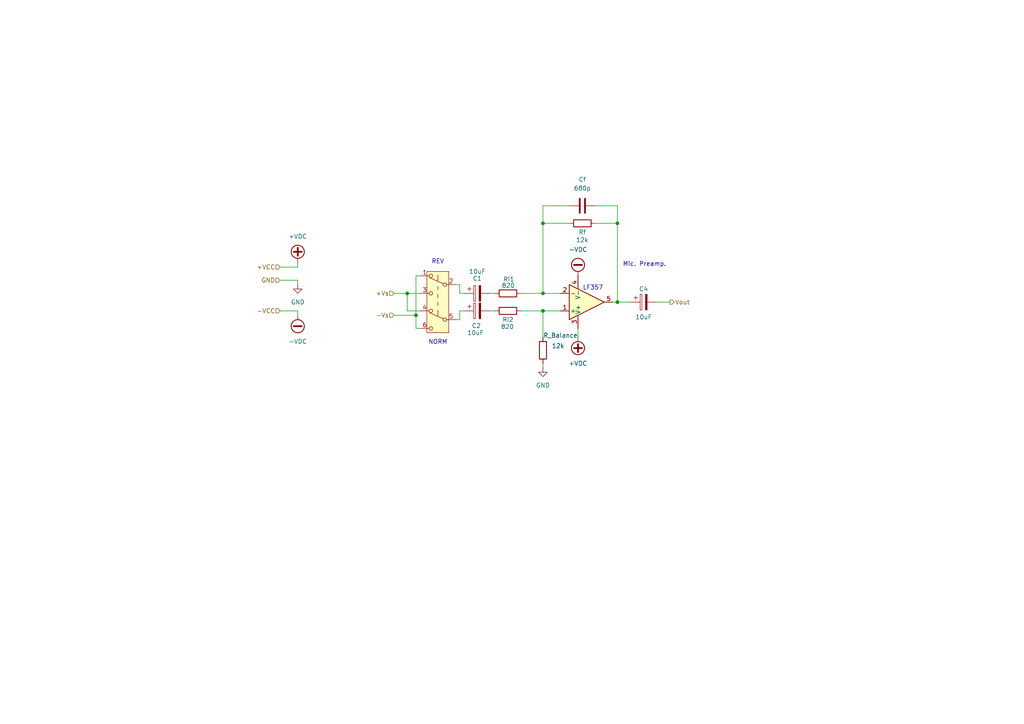
<source format=kicad_sch>
(kicad_sch (version 20231120) (generator "eeschema") (generator_version "8.0")
  (paper "A4")
  (lib_symbols
    (symbol "Device:C" (pin_numbers hide) (pin_names (offset 0.254))
      (property "Reference" "C" (at 0.635 2.54 0))
      (property "Value" "C" (at 0.635 -2.54 0))
      (symbol "C_0_1"
        (polyline (pts (xy -2.032 -0.762) (xy 2.032 -0.762)) (stroke (width 0.508)))
        (polyline (pts (xy -2.032 0.762) (xy 2.032 0.762)) (stroke (width 0.508)))
      )
      (symbol "C_1_1"
        (pin passive line (at 0 3.81 270) (length 2.794) (name "~") (number "1"))
        (pin passive line (at 0 -3.81 90) (length 2.794) (name "~") (number "2"))
      )
    )
    (symbol "Device:C_Polarized" (pin_numbers hide) (pin_names (offset 0.254))
      (property "Reference" "C" (at 0.635 2.54 0))
      (property "Value" "C_Polarized" (at 0.635 -2.54 0))
      (symbol "C_Polarized_0_1"
        (rectangle (start -2.286 0.508) (end 2.286 1.016))
        (polyline (pts (xy -1.778 2.286) (xy -0.762 2.286)))
        (polyline (pts (xy -1.27 2.794) (xy -1.27 1.778)))
        (rectangle (start 2.286 -0.508) (end -2.286 -1.016) (fill (type outline)))
      )
      (symbol "C_Polarized_1_1"
        (pin passive line (at 0 3.81 270) (length 2.794) (name "~") (number "1"))
        (pin passive line (at 0 -3.81 90) (length 2.794) (name "~") (number "2"))
      )
    )
    (symbol "Device:R" (pin_numbers hide) (pin_names (offset 0))
      (property "Reference" "R" (at 2.032 0 90))
      (property "Value" "R" (at 0 0 90))
      (symbol "R_0_1"
        (rectangle (start -1.016 -2.54) (end 1.016 2.54) (stroke (width 0.254)))
      )
      (symbol "R_1_1"
        (pin passive line (at 0 3.81 270) (length 1.27) (name "~") (number "1"))
        (pin passive line (at 0 -3.81 90) (length 1.27) (name "~") (number "2"))
      )
    )
    (symbol "Simulation_SPICE:OPAMP" (pin_names (offset 0.254))
      (property "Reference" "U" (at 3.81 3.175 0))
      (property "Value" "${SIM.PARAMS}" (at 3.81 -3.175 0))
      (symbol "OPAMP_0_1"
        (polyline (pts (xy 5.08 0) (xy -5.08 5.08) (xy -5.08 -5.08) (xy 5.08 0)) (stroke (width 0.254)) (fill (type background)))
      )
      (symbol "OPAMP_1_1"
        (pin input line (at -7.62 2.54 0) (length 2.54) (name "+") (number "1"))
        (pin input line (at -7.62 -2.54 0) (length 2.54) (name "-") (number "2"))
        (pin power_in line (at -2.54 7.62 270) (length 3.81) (name "V+") (number "3"))
        (pin power_in line (at -2.54 -7.62 90) (length 3.81) (name "V-") (number "4"))
        (pin output line (at 7.62 0 180) (length 2.54) (name "~") (number "5"))
      )
    )
    (symbol "Switch:SW_Push_DPDT" (pin_names (offset 0) hide)
      (property "Reference" "SW" (at 0 10.16 0))
      (property "Value" "SW_Push_DPDT" (at 0 -10.16 0))
      (symbol "SW_Push_DPDT_0_0"
        (circle (center -2.032 -5.08) (radius 0.508))
        (circle (center -2.032 5.08) (radius 0.508))
        (circle (center 2.032 -7.62) (radius 0.508))
        (circle (center 2.032 2.54) (radius 0.508))
      )
      (symbol "SW_Push_DPDT_0_1"
        (polyline (pts (xy -1.524 -4.826) (xy 2.3368 -3.0988)))
        (polyline (pts (xy -1.524 5.334) (xy 2.3368 7.0612)))
        (polyline (pts (xy 0 -2.286) (xy 0 -4.064)))
        (polyline (pts (xy 0 -1.016) (xy 0 0)))
        (polyline (pts (xy 0 1.27) (xy 0 2.286)))
        (polyline (pts (xy 0 3.556) (xy 0 4.572)))
        (polyline (pts (xy 0 7.874) (xy 0 6.096)))
        (circle (center 2.032 -2.54) (radius 0.508))
        (circle (center 2.032 7.62) (radius 0.508))
      )
      (symbol "SW_Push_DPDT_1_1"
        (rectangle (start -3.175 8.89) (end 3.175 -8.89) (fill (type background)))
        (pin passive line (at 5.08 7.62 180) (length 2.54) (name "A") (number "1"))
        (pin passive line (at -5.08 5.08 0) (length 2.54) (name "B") (number "2"))
        (pin passive line (at 5.08 2.54 180) (length 2.54) (name "C") (number "3"))
        (pin passive line (at 5.08 -2.54 180) (length 2.54) (name "A") (number "4"))
        (pin passive line (at -5.08 -5.08 0) (length 2.54) (name "B") (number "5"))
        (pin passive line (at 5.08 -7.62 180) (length 2.54) (name "C") (number "6"))
      )
    )
    (symbol "power:+VDC" (power) (pin_numbers hide) (pin_names (offset 0) hide)
      (property "Value" "+VDC" (at 0 6.35 0))
      (symbol "+VDC_0_1"
        (polyline (pts (xy -1.143 3.175) (xy 1.143 3.175)) (stroke (width 0.508)))
        (polyline (pts (xy 0 0) (xy 0 1.27)))
        (polyline (pts (xy 0 2.032) (xy 0 4.318)) (stroke (width 0.508)))
        (circle (center 0 3.175) (radius 1.905) (stroke (width 0.254)))
      )
      (symbol "+VDC_1_1"
        (pin power_in line (at 0 0 90) (length 0) (name "~") (number "1"))
      )
    )
    (symbol "power:-VDC" (power) (pin_numbers hide) (pin_names (offset 0) hide)
      (property "Value" "-VDC" (at 0 6.35 0))
      (symbol "-VDC_0_1"
        (polyline (pts (xy -1.143 3.175) (xy 1.143 3.175)) (stroke (width 0.508)))
        (polyline (pts (xy 0 0) (xy 0 1.27)))
        (circle (center 0 3.175) (radius 1.905) (stroke (width 0.254)))
      )
      (symbol "-VDC_1_1"
        (pin power_in line (at 0 0 90) (length 0) (name "~") (number "1"))
      )
    )
    (symbol "power:GND" (power) (pin_numbers hide) (pin_names (offset 0) hide)
      (property "Value" "GND" (at 0 -3.81 0))
      (symbol "GND_0_1"
        (polyline (pts (xy 0 0) (xy 0 -1.27) (xy 1.27 -1.27) (xy 0 -2.54) (xy -1.27 -1.27) (xy 0 -1.27)))
      )
      (symbol "GND_1_1"
        (pin power_in line (at 0 0 270) (length 0) (name "~") (number "1"))
      )
    )
  )
  (junction (at 157.48 90.17))
  (junction (at 157.48 64.77))
  (junction (at 157.48 85.09))
  (junction (at 118.11 85.09))
  (junction (at 120.65 91.44))
  (junction (at 179.07 87.63))
  (junction (at 179.07 64.77))
  (wire (pts (xy 167.64 95.25) (xy 167.64 97.79)))
  (wire (pts (xy 133.35 90.17) (xy 133.35 92.71)))
  (wire (pts (xy 165.1 64.77) (xy 157.48 64.77)))
  (wire (pts (xy 121.92 80.01) (xy 120.65 80.01)))
  (wire (pts (xy 120.65 80.01) (xy 120.65 91.44)))
  (wire (pts (xy 157.48 90.17) (xy 162.56 90.17)))
  (wire (pts (xy 157.48 97.79) (xy 157.48 90.17)))
  (wire (pts (xy 118.11 85.09) (xy 118.11 90.17)))
  (wire (pts (xy 179.07 87.63) (xy 182.88 87.63)))
  (wire (pts (xy 86.36 90.17) (xy 86.36 91.44)))
  (wire (pts (xy 134.62 85.09) (xy 133.35 85.09)))
  (wire (pts (xy 133.35 92.71) (xy 132.08 92.71)))
  (wire (pts (xy 190.5 87.63) (xy 194.31 87.63)))
  (wire (pts (xy 114.3 85.09) (xy 118.11 85.09)))
  (wire (pts (xy 151.13 90.17) (xy 157.48 90.17)))
  (wire (pts (xy 142.24 85.09) (xy 143.51 85.09)))
  (wire (pts (xy 81.28 81.28) (xy 86.36 81.28)))
  (wire (pts (xy 114.3 91.44) (xy 120.65 91.44)))
  (wire (pts (xy 172.72 64.77) (xy 179.07 64.77)))
  (wire (pts (xy 157.48 105.41) (xy 157.48 106.68)))
  (wire (pts (xy 179.07 64.77) (xy 179.07 87.63)))
  (wire (pts (xy 120.65 95.25) (xy 121.92 95.25)))
  (wire (pts (xy 157.48 85.09) (xy 162.56 85.09)))
  (wire (pts (xy 179.07 59.69) (xy 179.07 64.77)))
  (wire (pts (xy 81.28 90.17) (xy 86.36 90.17)))
  (wire (pts (xy 86.36 81.28) (xy 86.36 82.55)))
  (wire (pts (xy 118.11 90.17) (xy 121.92 90.17)))
  (wire (pts (xy 86.36 77.47) (xy 86.36 76.2)))
  (wire (pts (xy 157.48 59.69) (xy 157.48 64.77)))
  (wire (pts (xy 120.65 91.44) (xy 120.65 95.25)))
  (wire (pts (xy 121.92 85.09) (xy 118.11 85.09)))
  (wire (pts (xy 133.35 85.09) (xy 133.35 82.55)))
  (wire (pts (xy 133.35 90.17) (xy 134.62 90.17)))
  (wire (pts (xy 142.24 90.17) (xy 143.51 90.17)))
  (wire (pts (xy 151.13 85.09) (xy 157.48 85.09)))
  (wire (pts (xy 165.1 59.69) (xy 157.48 59.69)))
  (wire (pts (xy 132.08 82.55) (xy 133.35 82.55)))
  (wire (pts (xy 172.72 59.69) (xy 179.07 59.69)))
  (wire (pts (xy 81.28 77.47) (xy 86.36 77.47)))
  (wire (pts (xy 157.48 64.77) (xy 157.48 85.09)))
  (wire (pts (xy 179.07 87.63) (xy 177.8 87.63)))
  (text "NORM" (at 127 99.314 0) (effects (font (size 1.27 1.27))))
  (text "Mic. Preamp." (at 186.944 76.708 0) (effects (font (size 1.27 1.27))))
  (text "REV" (at 127 75.946 0) (effects (font (size 1.27 1.27))))
  (text "LF357 " (at 172.466 83.566 0) (effects (font (size 1.27 1.27))))
  (hierarchical_label "-Vs" (shape input) (at 114.3 91.44 180))
  (hierarchical_label "Vout" (shape output) (at 194.31 87.63 0))
  (hierarchical_label "+VCC" (shape input) (at 81.28 77.47 180))
  (hierarchical_label "+Vs" (shape input) (at 114.3 85.09 180))
  (hierarchical_label "GND" (shape input) (at 81.28 81.28 180))
  (hierarchical_label "-VCC" (shape input) (at 81.28 90.17 180))
  (symbol (lib_id "Device:C") (at 168.91 59.69 90) (unit 1)
    (property "Reference" "Cf" (at 168.91 52.07 90))
    (property "Value" "680p" (at 168.91 54.61 90))
    (property "Description" "Unpolarized capacitor" (effects (hide yes)))
  )
  (symbol (lib_id "Device:R") (at 147.32 85.09 90) (mirror x) (unit 1)
    (property "Reference" "Ri1" (at 147.574 81.026 90))
    (property "Value" "820" (at 149.352 82.804 90) (effects (justify left)))
    (property "Description" "Resistor" (effects (hide yes)))
  )
  (symbol (lib_id "Simulation_SPICE:OPAMP") (at 170.18 87.63 0) (mirror x) (unit 1)
    (property "Reference" "U4" (effects (hide yes)))
    (property "Value" "${SIM.PARAMS}" (effects (hide yes)))
    (property "Datasheet" "https://ngspice.sourceforge.io/docs/ngspice-html-manual/manual.xhtml#sec__SUBCKT_Subcircuits" (effects (hide yes)))
    (property "Description" "Operational amplifier, single, node sequence=1:+ 2:- 3:OUT 4:V+ 5:V-" (effects (hide yes)))
    (property "Sim.Pins" "1=in+ 2=in- 3=vcc 4=vee 5=out" (effects (hide yes)))
    (property "Sim.Device" "SUBCKT" (effects (hide yes)))
    (property "Sim.Library" "${KICAD8_SYMBOL_DIR}/Simulation_SPICE.sp" (effects (hide yes)))
    (property "Sim.Name" "kicad_builtin_opamp" (effects (hide yes)))
  )
  (symbol (lib_id "power:-VDC") (at 167.64 80.01 0) (unit 1)
    (property "Reference" "#PWR057" (effects (hide yes)))
    (property "Value" "-VDC" (at 167.64 72.39 0))
    (property "Description" "Power symbol creates a global label with name \"-VDC\"" (effects (hide yes)))
  )
  (symbol (lib_id "power:-VDC") (at 86.36 91.44 0) (mirror x) (unit 1)
    (property "Reference" "#PWR056" (effects (hide yes)))
    (property "Value" "-VDC" (at 86.36 99.06 0))
    (property "Description" "Power symbol creates a global label with name \"-VDC\"" (effects (hide yes)))
  )
  (symbol (lib_id "Device:R") (at 157.48 101.6 0) (mirror x) (unit 1)
    (property "Reference" "R_Balance" (at 162.56 97.282 0))
    (property "Value" "12k" (at 160.02 100.3301 0) (effects (justify left)))
    (property "Description" "Resistor" (effects (hide yes)))
  )
  (symbol (lib_id "power:GND") (at 157.48 106.68 0) (unit 1)
    (property "Reference" "#PWR05" (effects (hide yes)))
    (property "Value" "GND" (at 157.48 111.76 0))
    (property "Description" "Power symbol creates a global label with name \"GND\" , ground" (effects (hide yes)))
  )
  (symbol (lib_id "Device:C_Polarized") (at 138.43 85.09 90) (mirror x) (unit 1)
    (property "Reference" "C1" (at 138.43 80.772 90))
    (property "Value" "10uF" (at 138.43 78.74 90))
    (property "Description" "Polarized capacitor" (effects (hide yes)))
  )
  (symbol (lib_id "power:GND") (at 86.36 82.55 0) (mirror y) (unit 1)
    (property "Reference" "#PWR055" (effects (hide yes)))
    (property "Value" "GND" (at 86.36 87.63 0))
    (property "Description" "Power symbol creates a global label with name \"GND\" , ground" (effects (hide yes)))
  )
  (symbol (lib_id "Device:C_Polarized") (at 186.69 87.63 90) (mirror x) (unit 1)
    (property "Reference" "C4" (at 186.69 83.82 90))
    (property "Value" "10uF" (at 186.69 91.948 90))
    (property "Description" "Polarized capacitor" (effects (hide yes)))
  )
  (symbol (lib_id "power:+VDC") (at 86.36 76.2 0) (unit 1)
    (property "Reference" "#PWR054" (effects (hide yes)))
    (property "Value" "+VDC" (at 86.36 68.58 0))
    (property "Description" "Power symbol creates a global label with name \"+VDC\"" (effects (hide yes)))
  )
  (symbol (lib_id "power:+VDC") (at 167.64 97.79 0) (mirror x) (unit 1)
    (property "Reference" "#PWR028" (effects (hide yes)))
    (property "Value" "+VDC" (at 167.64 105.41 0))
    (property "Description" "Power symbol creates a global label with name \"+VDC\"" (effects (hide yes)))
  )
  (symbol (lib_id "Switch:SW_Push_DPDT") (at 127 87.63 0) (mirror y) (unit 1)
    (property "Reference" "SW1" (effects (hide yes)))
    (property "Value" "SW_Push_DPDT" (effects (hide yes)))
    (property "Description" "Momentary Switch, dual pole double throw" (effects (hide yes)))
  )
  (symbol (lib_id "Device:R") (at 168.91 64.77 90) (mirror x) (unit 1)
    (property "Reference" "Rf" (at 168.91 67.31 90))
    (property "Value" "12k" (at 170.688 69.596 90) (effects (justify left)))
    (property "Description" "Resistor" (effects (hide yes)))
  )
  (symbol (lib_id "Device:R") (at 147.32 90.17 90) (mirror x) (unit 1)
    (property "Reference" "Ri2" (at 147.32 92.71 90))
    (property "Value" "820" (at 149.098 94.742 90) (effects (justify left)))
    (property "Description" "Resistor" (effects (hide yes)))
  )
  (symbol (lib_id "Device:C_Polarized") (at 138.43 90.17 90) (mirror x) (unit 1)
    (property "Reference" "C2" (at 138.176 94.488 90))
    (property "Value" "10uF" (at 137.922 96.52 90))
    (property "Description" "Polarized capacitor" (effects (hide yes)))
  )
)
</source>
